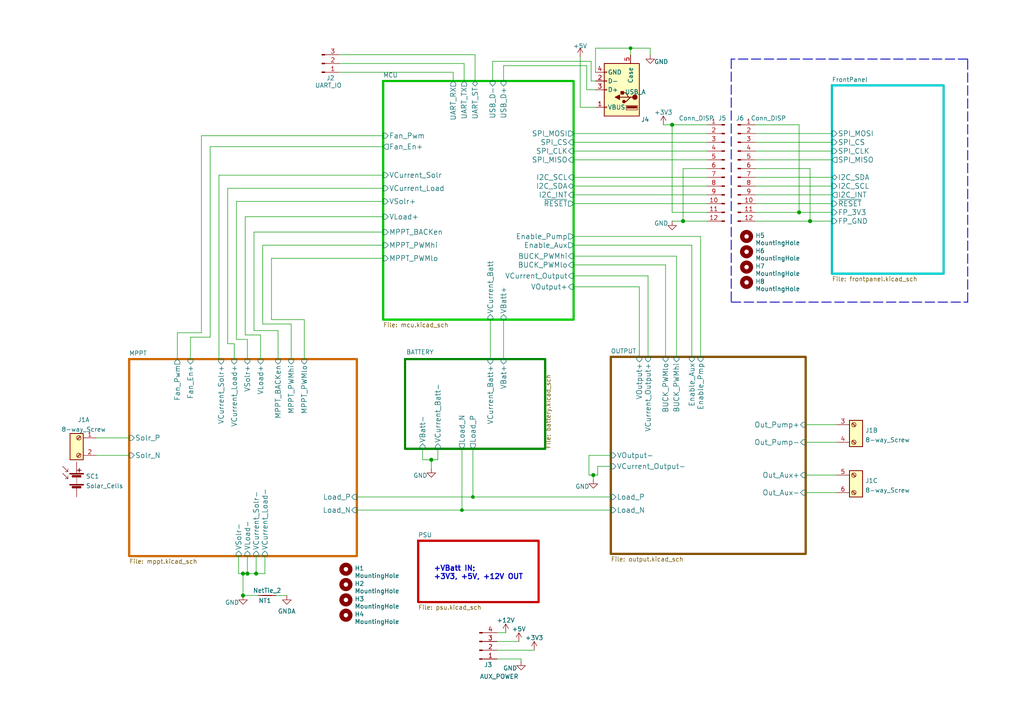
<source format=kicad_sch>
(kicad_sch (version 20210621) (generator eeschema)
  (paper "A4")
  (title_block (title "SolarPump v3") (date "2021-11-15") (rev "1.0") (company "IvimeyCom"))
  (lib_symbols
    (symbol "Connector:Conn_01x03_Male" (pin_names (offset 1.016) hide)
      (property "Reference" "J" (at 0 5.08 0))
      (property "Value" "Conn_01x03_Male" (at 0 -5.08 0))
      (symbol "Conn_01x03_Male_1_1"
        (polyline (pts (xy 1.27 -2.54) (xy 0.8636 -2.54)) (stroke (width 0.1524)))
        (polyline (pts (xy 1.27 0) (xy 0.8636 0)) (stroke (width 0.1524)))
        (polyline (pts (xy 1.27 2.54) (xy 0.8636 2.54)) (stroke (width 0.1524)))
        (rectangle (start 0.8636 -2.413) (end 0 -2.667) (stroke (width 0.1524)) (fill (type outline)))
        (rectangle (start 0.8636 0.127) (end 0 -0.127) (stroke (width 0.1524)) (fill (type outline)))
        (rectangle (start 0.8636 2.667) (end 0 2.413) (stroke (width 0.1524)) (fill (type outline)))
        (pin passive line (at 5.08 2.54 180) (length 3.81) (name "Pin_1") (number "1"))
        (pin passive line (at 5.08 0 180) (length 3.81) (name "Pin_2") (number "2"))
        (pin passive line (at 5.08 -2.54 180) (length 3.81) (name "Pin_3") (number "3"))
      )
    )
    (symbol "Connector:Conn_01x04_Male" (pin_names (offset 1.016) hide)
      (property "Reference" "J" (at 0 5.08 0))
      (property "Value" "Conn_01x04_Male" (at 0 -7.62 0))
      (symbol "Conn_01x04_Male_1_1"
        (polyline (pts (xy 1.27 -5.08) (xy 0.8636 -5.08)) (stroke (width 0.1524)))
        (polyline (pts (xy 1.27 -2.54) (xy 0.8636 -2.54)) (stroke (width 0.1524)))
        (polyline (pts (xy 1.27 0) (xy 0.8636 0)) (stroke (width 0.1524)))
        (polyline (pts (xy 1.27 2.54) (xy 0.8636 2.54)) (stroke (width 0.1524)))
        (rectangle (start 0.8636 -4.953) (end 0 -5.207) (stroke (width 0.1524)) (fill (type outline)))
        (rectangle (start 0.8636 -2.413) (end 0 -2.667) (stroke (width 0.1524)) (fill (type outline)))
        (rectangle (start 0.8636 0.127) (end 0 -0.127) (stroke (width 0.1524)) (fill (type outline)))
        (rectangle (start 0.8636 2.667) (end 0 2.413) (stroke (width 0.1524)) (fill (type outline)))
        (pin passive line (at 5.08 2.54 180) (length 3.81) (name "Pin_1") (number "1"))
        (pin passive line (at 5.08 0 180) (length 3.81) (name "Pin_2") (number "2"))
        (pin passive line (at 5.08 -2.54 180) (length 3.81) (name "Pin_3") (number "3"))
        (pin passive line (at 5.08 -5.08 180) (length 3.81) (name "Pin_4") (number "4"))
      )
    )
    (symbol "Connector:Conn_01x12_Male" (pin_names (offset 1.016) hide)
      (property "Reference" "J" (at 0 15.24 0))
      (property "Value" "Conn_01x12_Male" (at 0 -17.78 0))
      (symbol "Conn_01x12_Male_1_1"
        (polyline (pts (xy 1.27 -15.24) (xy 0.8636 -15.24)) (stroke (width 0.1524)))
        (polyline (pts (xy 1.27 -12.7) (xy 0.8636 -12.7)) (stroke (width 0.1524)))
        (polyline (pts (xy 1.27 -10.16) (xy 0.8636 -10.16)) (stroke (width 0.1524)))
        (polyline (pts (xy 1.27 -7.62) (xy 0.8636 -7.62)) (stroke (width 0.1524)))
        (polyline (pts (xy 1.27 -5.08) (xy 0.8636 -5.08)) (stroke (width 0.1524)))
        (polyline (pts (xy 1.27 -2.54) (xy 0.8636 -2.54)) (stroke (width 0.1524)))
        (polyline (pts (xy 1.27 0) (xy 0.8636 0)) (stroke (width 0.1524)))
        (polyline (pts (xy 1.27 2.54) (xy 0.8636 2.54)) (stroke (width 0.1524)))
        (polyline (pts (xy 1.27 5.08) (xy 0.8636 5.08)) (stroke (width 0.1524)))
        (polyline (pts (xy 1.27 7.62) (xy 0.8636 7.62)) (stroke (width 0.1524)))
        (polyline (pts (xy 1.27 10.16) (xy 0.8636 10.16)) (stroke (width 0.1524)))
        (polyline (pts (xy 1.27 12.7) (xy 0.8636 12.7)) (stroke (width 0.1524)))
        (rectangle (start 0.8636 -15.113) (end 0 -15.367) (stroke (width 0.1524)) (fill (type outline)))
        (rectangle (start 0.8636 -12.573) (end 0 -12.827) (stroke (width 0.1524)) (fill (type outline)))
        (rectangle (start 0.8636 -10.033) (end 0 -10.287) (stroke (width 0.1524)) (fill (type outline)))
        (rectangle (start 0.8636 -7.493) (end 0 -7.747) (stroke (width 0.1524)) (fill (type outline)))
        (rectangle (start 0.8636 -4.953) (end 0 -5.207) (stroke (width 0.1524)) (fill (type outline)))
        (rectangle (start 0.8636 -2.413) (end 0 -2.667) (stroke (width 0.1524)) (fill (type outline)))
        (rectangle (start 0.8636 0.127) (end 0 -0.127) (stroke (width 0.1524)) (fill (type outline)))
        (rectangle (start 0.8636 2.667) (end 0 2.413) (stroke (width 0.1524)) (fill (type outline)))
        (rectangle (start 0.8636 5.207) (end 0 4.953) (stroke (width 0.1524)) (fill (type outline)))
        (rectangle (start 0.8636 7.747) (end 0 7.493) (stroke (width 0.1524)) (fill (type outline)))
        (rectangle (start 0.8636 10.287) (end 0 10.033) (stroke (width 0.1524)) (fill (type outline)))
        (rectangle (start 0.8636 12.827) (end 0 12.573) (stroke (width 0.1524)) (fill (type outline)))
        (pin passive line (at 5.08 12.7 180) (length 3.81) (name "Pin_1") (number "1"))
        (pin passive line (at 5.08 -10.16 180) (length 3.81) (name "Pin_10") (number "10"))
        (pin passive line (at 5.08 -12.7 180) (length 3.81) (name "Pin_11") (number "11"))
        (pin passive line (at 5.08 -15.24 180) (length 3.81) (name "Pin_12") (number "12"))
        (pin passive line (at 5.08 10.16 180) (length 3.81) (name "Pin_2") (number "2"))
        (pin passive line (at 5.08 7.62 180) (length 3.81) (name "Pin_3") (number "3"))
        (pin passive line (at 5.08 5.08 180) (length 3.81) (name "Pin_4") (number "4"))
        (pin passive line (at 5.08 2.54 180) (length 3.81) (name "Pin_5") (number "5"))
        (pin passive line (at 5.08 0 180) (length 3.81) (name "Pin_6") (number "6"))
        (pin passive line (at 5.08 -2.54 180) (length 3.81) (name "Pin_7") (number "7"))
        (pin passive line (at 5.08 -5.08 180) (length 3.81) (name "Pin_8") (number "8"))
        (pin passive line (at 5.08 -7.62 180) (length 3.81) (name "Pin_9") (number "9"))
      )
    )
    (symbol "Connector:USB_A" (pin_names (offset 1.016))
      (property "Reference" "J1" (at -5.588 8.636 0))
      (property "Value" "USB_A" (at -0.889 0.635 0))
      (symbol "USB_A_0_1"
        (rectangle (start -5.08 -7.62) (end 5.08 7.62) (stroke (width 0.254)) (fill (type background)))
        (circle (center -3.81 2.159) (radius 0.635) (stroke (width 0.254)) (fill (type outline)))
        (rectangle (start -1.524 4.826) (end -4.318 5.334) (fill (type outline)))
        (rectangle (start -1.27 4.572) (end -4.572 5.842))
        (circle (center -0.635 3.429) (radius 0.381) (stroke (width 0.254)) (fill (type outline)))
        (polyline (pts (xy -3.175 2.159) (xy -2.54 2.159) (xy -1.27 3.429) (xy -0.635 3.429)) (stroke (width 0.254)))
        (polyline (pts (xy -2.54 2.159) (xy -1.905 2.159) (xy -1.27 0.889) (xy 0 0.889)) (stroke (width 0.254)))
        (polyline (pts (xy 0.635 2.794) (xy 0.635 1.524) (xy 1.905 2.159) (xy 0.635 2.794)) (stroke (width 0.254)) (fill (type outline)))
        (rectangle (start 0.254 1.27) (end -0.508 0.508) (stroke (width 0.254)) (fill (type outline)))
        (rectangle (start 5.08 -5.207) (end 4.318 -4.953))
        (rectangle (start 5.08 -2.667) (end 4.318 -2.413))
        (rectangle (start 5.08 -0.127) (end 4.318 0.127))
        (rectangle (start 5.08 4.953) (end 4.318 5.207))
      )
      (symbol "USB_A_1_1"
        (polyline (pts (xy -1.905 2.159) (xy 0.635 2.159)) (stroke (width 0.254)))
        (pin power_in line (at 7.62 5.08 180) (length 2.54) (name "VBUS") (number "1"))
        (pin bidirectional line (at 7.62 -2.54 180) (length 2.54) (name "D-") (number "2"))
        (pin bidirectional line (at 7.62 0 180) (length 2.54) (name "D+") (number "3"))
        (pin power_in line (at 7.62 -5.08 180) (length 2.54) (name "GND") (number "4"))
        (pin passive line (at -2.54 -10.16 90) (length 2.54) (name "Case") (number "5"))
      )
    )
    (symbol "Device:NetTie_2" (pin_numbers hide) (pin_names (offset 0) hide)
      (property "Reference" "NT" (at 0 1.27 0))
      (property "Value" "NetTie_2" (at 0 -1.27 0))
      (symbol "NetTie_2_0_1"
        (polyline (pts (xy -1.27 0) (xy 1.27 0)) (stroke (width 0.254)))
      )
      (symbol "NetTie_2_1_1"
        (pin passive line (at -2.54 0 0) (length 2.54) (name "1") (number "1"))
        (pin passive line (at 2.54 0 180) (length 2.54) (name "2") (number "2"))
      )
    )
    (symbol "Device:Solar_Cells" (pin_numbers hide) (pin_names (offset 0) hide)
      (property "Reference" "SC" (at 2.54 2.54 0))
      (property "Value" "Solar_Cells" (at 2.54 0 0))
      (symbol "Solar_Cells_0_1"
        (rectangle (start -2.032 -1.397) (end 2.032 -1.651) (fill (type outline)))
        (rectangle (start -2.032 1.778) (end 2.032 1.524) (fill (type outline)))
        (rectangle (start -1.3208 -1.9812) (end 1.27 -2.4892) (fill (type outline)))
        (rectangle (start -1.3208 1.1938) (end 1.27 0.6858) (fill (type outline)))
        (polyline (pts (xy -2.54 0.254) (xy -4.064 1.778)))
        (polyline (pts (xy -2.54 2.286) (xy -4.064 3.81)))
        (polyline (pts (xy 0 -1.524) (xy 0 -1.27)))
        (polyline (pts (xy 0 -1.016) (xy 0 -0.762)))
        (polyline (pts (xy 0 -0.508) (xy 0 -0.254)))
        (polyline (pts (xy 0 0) (xy 0 0.254)))
        (polyline (pts (xy 0 0.508) (xy 0 0.762)))
        (polyline (pts (xy 0 1.778) (xy 0 2.54)))
        (polyline (pts (xy 0.254 2.667) (xy 1.27 2.667)) (stroke (width 0.254)))
        (polyline (pts (xy 0.762 3.175) (xy 0.762 2.159)) (stroke (width 0.254)))
        (polyline (pts (xy -2.54 1.016) (xy -2.54 0.254) (xy -3.302 0.254)))
        (polyline (pts (xy -2.54 3.048) (xy -2.54 2.286) (xy -3.302 2.286)))
      )
      (symbol "Solar_Cells_1_1"
        (pin passive line (at 0 5.08 270) (length 2.54) (name "+") (number "1"))
        (pin passive line (at 0 -5.08 90) (length 2.54) (name "-") (number "2"))
      )
    )
    (symbol "Mechanical:MountingHole" (pin_names (offset 1.016))
      (property "Reference" "H" (at 0 5.08 0))
      (property "Value" "MountingHole" (at 0 3.175 0))
      (symbol "MountingHole_0_1"
        (circle (center 0 0) (radius 1.27) (stroke (width 1.27)))
      )
    )
    (symbol "power:+12V" (power) (pin_names (offset 0))
      (property "Value" "+12V" (at 0 3.556 0))
      (symbol "+12V_0_1"
        (polyline (pts (xy -0.762 1.27) (xy 0 2.54)))
        (polyline (pts (xy 0 0) (xy 0 2.54)))
        (polyline (pts (xy 0 2.54) (xy 0.762 1.27)))
      )
      (symbol "+12V_1_1"
        (pin power_in line (at 0 0 90) (length 0) hide (name "+12V") (number "1"))
      )
    )
    (symbol "power:+3V3" (power) (pin_names (offset 0))
      (property "Value" "+3V3" (at 0 3.556 0))
      (symbol "+3V3_0_1"
        (polyline (pts (xy -0.762 1.27) (xy 0 2.54)))
        (polyline (pts (xy 0 0) (xy 0 2.54)))
        (polyline (pts (xy 0 2.54) (xy 0.762 1.27)))
      )
      (symbol "+3V3_1_1"
        (pin power_in line (at 0 0 90) (length 0) hide (name "+3V3") (number "1"))
      )
    )
    (symbol "power:+5V" (power) (pin_names (offset 0))
      (property "Value" "+5V" (at 0 3.556 0))
      (symbol "+5V_0_1"
        (polyline (pts (xy -0.762 1.27) (xy 0 2.54)))
        (polyline (pts (xy 0 0) (xy 0 2.54)))
        (polyline (pts (xy 0 2.54) (xy 0.762 1.27)))
      )
      (symbol "+5V_1_1"
        (pin power_in line (at 0 0 90) (length 0) hide (name "+5V") (number "1"))
      )
    )
    (symbol "power:GND" (power) (pin_names (offset 0))
      (property "Value" "GND" (at 0 -3.81 0))
      (symbol "GND_0_1"
        (polyline (pts (xy 0 0) (xy 0 -1.27) (xy 1.27 -1.27) (xy 0 -2.54) (xy -1.27 -1.27) (xy 0 -1.27)))
      )
      (symbol "GND_1_1"
        (pin power_in line (at 0 0 270) (length 0) hide (name "GND") (number "1"))
      )
    )
    (symbol "power:GNDA" (power) (pin_names (offset 0))
      (property "Value" "GNDA" (at 0 -3.81 0))
      (symbol "GNDA_0_1"
        (polyline (pts (xy 0 0) (xy 0 -1.27) (xy 1.27 -1.27) (xy 0 -2.54) (xy -1.27 -1.27) (xy 0 -1.27)))
      )
      (symbol "GNDA_1_1"
        (pin power_in line (at 0 0 270) (length 0) hide (name "GNDA") (number "1"))
      )
    )
    (symbol "solarpump:Screw_Terminal_01x08_4x2U" (pin_names (offset 1.016) hide)
      (property "Reference" "J" (at 0 5.08 0))
      (property "Value" "Screw_Terminal_01x08_4x2U" (at 0 -6.35 0))
      (symbol "Screw_Terminal_01x08_4x2U_1_1"
        (rectangle (start -1.27 3.81) (end 2.54 -3.81) (stroke (width 0.254)) (fill (type background)))
        (circle (center 0 -2.54) (radius 0.635) (stroke (width 0.1524)))
        (polyline (pts (xy -0.5334 -2.2098) (xy 0.3302 -3.048)) (stroke (width 0.1524)))
        (polyline (pts (xy -0.5334 2.8702) (xy 0.3302 2.032)) (stroke (width 0.1524)))
        (polyline (pts (xy -0.3556 -2.032) (xy 0.508 -2.8702)) (stroke (width 0.1524)))
        (polyline (pts (xy -0.3556 3.048) (xy 0.508 2.2098)) (stroke (width 0.1524)))
        (circle (center 0 2.54) (radius 0.635) (stroke (width 0.1524)))
        (pin passive line (at -5.08 2.54 0) (length 3.81) (name "Pin_1") (number "1"))
        (pin passive line (at -5.08 -2.54 0) (length 3.81) (name "Pin_2") (number "2"))
      )
      (symbol "Screw_Terminal_01x08_4x2U_2_1"
        (rectangle (start -1.27 3.81) (end 2.54 -3.81) (stroke (width 0.254)) (fill (type background)))
        (circle (center 0 -2.54) (radius 0.635) (stroke (width 0.1524)))
        (polyline (pts (xy -0.5334 -2.2098) (xy 0.3302 -3.048)) (stroke (width 0.1524)))
        (polyline (pts (xy -0.5334 2.8702) (xy 0.3302 2.032)) (stroke (width 0.1524)))
        (polyline (pts (xy -0.3556 -2.032) (xy 0.508 -2.8702)) (stroke (width 0.1524)))
        (polyline (pts (xy -0.3556 3.048) (xy 0.508 2.2098)) (stroke (width 0.1524)))
        (circle (center 0 2.54) (radius 0.635) (stroke (width 0.1524)))
        (pin passive line (at -5.08 2.54 0) (length 3.81) (name "Pin_3") (number "3"))
        (pin passive line (at -5.08 -2.54 0) (length 3.81) (name "Pin_4") (number "4"))
      )
      (symbol "Screw_Terminal_01x08_4x2U_3_1"
        (rectangle (start -1.27 3.81) (end 2.54 -3.81) (stroke (width 0.254)) (fill (type background)))
        (circle (center 0 -2.54) (radius 0.635) (stroke (width 0.1524)))
        (polyline (pts (xy -0.5334 -2.2098) (xy 0.3302 -3.048)) (stroke (width 0.1524)))
        (polyline (pts (xy -0.5334 2.8702) (xy 0.3302 2.032)) (stroke (width 0.1524)))
        (polyline (pts (xy -0.3556 -2.032) (xy 0.508 -2.8702)) (stroke (width 0.1524)))
        (polyline (pts (xy -0.3556 3.048) (xy 0.508 2.2098)) (stroke (width 0.1524)))
        (circle (center 0 2.54) (radius 0.635) (stroke (width 0.1524)))
        (pin passive line (at -5.08 2.54 0) (length 3.81) (name "Pin_5") (number "5"))
        (pin passive line (at -5.08 -2.54 0) (length 3.81) (name "Pin_6") (number "6"))
      )
      (symbol "Screw_Terminal_01x08_4x2U_4_1"
        (rectangle (start -1.27 3.81) (end 2.54 -3.81) (stroke (width 0.254)) (fill (type background)))
        (circle (center 0 -2.54) (radius 0.635) (stroke (width 0.1524)))
        (polyline (pts (xy -0.5334 -2.2098) (xy 0.3302 -3.048)) (stroke (width 0.1524)))
        (polyline (pts (xy -0.5334 2.8702) (xy 0.3302 2.032)) (stroke (width 0.1524)))
        (polyline (pts (xy -0.3556 -2.032) (xy 0.508 -2.8702)) (stroke (width 0.1524)))
        (polyline (pts (xy -0.3556 3.048) (xy 0.508 2.2098)) (stroke (width 0.1524)))
        (circle (center 0 2.54) (radius 0.635) (stroke (width 0.1524)))
        (pin passive line (at -5.08 2.54 0) (length 3.81) (name "Pin_7") (number "7"))
        (pin passive line (at -5.08 -2.54 0) (length 3.81) (name "Pin_8") (number "8"))
      )
    )
  )
  (junction (at 71.755 166.37) (diameter 1.016))
  (junction (at 234.95 64.135) (diameter 1.016))
  (junction (at 70.485 166.37) (diameter 1.016))
  (junction (at 70.485 172.72) (diameter 1.016))
  (junction (at 182.88 13.97))
  (junction (at 137.16 144.145))
  (junction (at 194.945 36.195) (diameter 1.016))
  (junction (at 74.295 166.37) (diameter 1.016))
  (junction (at 125.095 133.35) (diameter 1.016))
  (junction (at 198.12 64.135) (diameter 1.016))
  (junction (at 133.985 147.955))
  (junction (at 172.085 137.795) (diameter 1.016))
  (junction (at 231.775 61.595) (diameter 1.016))
  (wire (pts (xy 187.96 80.01) (xy 187.96 103.505)))
  (wire (pts (xy 71.755 161.29) (xy 71.755 166.37)))
  (wire (pts (xy 166.37 74.295) (xy 196.215 74.295)))
  (wire (pts (xy 73.66 67.31) (xy 111.125 67.31)))
  (wire (pts (xy 166.37 76.835) (xy 193.04 76.835)))
  (wire (pts (xy 166.37 51.435) (xy 205.105 51.435)))
  (wire (pts (xy 68.58 58.42) (xy 68.58 98.425)))
  (wire (pts (xy 68.58 58.42) (xy 111.125 58.42)))
  (wire (pts (xy 185.42 83.185) (xy 185.42 103.505)))
  (wire (pts (xy 192.405 36.195) (xy 194.945 36.195)))
  (wire (pts (xy 194.945 36.195) (xy 205.105 36.195)))
  (wire (pts (xy 194.945 61.595) (xy 205.105 61.595)))
  (wire (pts (xy 98.425 18.415) (xy 134.62 18.415)))
  (wire (pts (xy 134.62 18.415) (xy 134.62 23.495)))
  (wire (pts (xy 122.555 130.175) (xy 122.555 133.35)))
  (wire (pts (xy 166.37 59.055) (xy 205.105 59.055)))
  (wire (pts (xy 80.01 172.72) (xy 83.185 172.72)))
  (wire (pts (xy 133.985 147.955) (xy 177.165 147.955)))
  (wire (pts (xy 151.13 191.135) (xy 151.13 191.77)))
  (wire (pts (xy 127 130.175) (xy 127 133.35)))
  (wire (pts (xy 173.355 135.255) (xy 177.165 135.255)))
  (wire (pts (xy 219.075 46.355) (xy 241.3 46.355)))
  (wire (pts (xy 219.075 59.055) (xy 241.3 59.055)))
  (wire (pts (xy 198.12 48.895) (xy 198.12 64.135)))
  (wire (pts (xy 205.105 48.895) (xy 198.12 48.895)))
  (wire (pts (xy 219.075 56.515) (xy 241.3 56.515)))
  (wire (pts (xy 78.74 74.93) (xy 111.125 74.93)))
  (wire (pts (xy 144.145 188.595) (xy 154.94 188.595)))
  (wire (pts (xy 125.095 133.35) (xy 127 133.35)))
  (wire (pts (xy 219.075 41.275) (xy 241.3 41.275)))
  (wire (pts (xy 76.2 71.12) (xy 111.125 71.12)))
  (wire (pts (xy 76.2 71.12) (xy 76.2 93.98)))
  (wire (pts (xy 196.215 74.295) (xy 196.215 103.505)))
  (wire (pts (xy 63.5 104.14) (xy 64.135 104.14)))
  (wire (pts (xy 137.16 130.175) (xy 137.16 144.145)))
  (wire (pts (xy 69.215 161.29) (xy 69.215 166.37)))
  (wire (pts (xy 193.04 76.835) (xy 193.04 103.505)))
  (wire (pts (xy 194.945 61.595) (xy 194.945 36.195)))
  (wire (pts (xy 66.04 54.61) (xy 66.04 99.695)))
  (wire (pts (xy 233.68 128.27) (xy 242.57 128.27)))
  (wire (pts (xy 203.2 68.58) (xy 203.2 103.505)))
  (wire (pts (xy 166.37 53.975) (xy 205.105 53.975)))
  (wire (pts (xy 142.24 92.71) (xy 142.24 104.14)))
  (wire (pts (xy 144.145 186.055) (xy 150.495 186.055)))
  (wire (pts (xy 172.72 20.955) (xy 172.72 13.97)))
  (wire (pts (xy 172.72 13.97) (xy 182.88 13.97)))
  (wire (pts (xy 27.94 127) (xy 37.465 127)))
  (wire (pts (xy 172.085 137.795) (xy 173.355 137.795)))
  (wire (pts (xy 63.5 50.8) (xy 63.5 104.14)))
  (wire (pts (xy 166.37 71.12) (xy 200.66 71.12)))
  (wire (pts (xy 70.485 166.37) (xy 70.485 172.72)))
  (wire (pts (xy 233.68 137.795) (xy 242.57 137.795)))
  (wire (pts (xy 71.12 62.865) (xy 111.125 62.865)))
  (polyline (pts (xy 280.67 17.145) (xy 212.09 17.145)) (stroke (width 0.25) (type dash)))
  (polyline (pts (xy 280.67 87.63) (xy 280.67 17.145)) (stroke (width 0.25) (type dash)))
  (polyline (pts (xy 212.09 87.63) (xy 280.67 87.63)) (stroke (width 0.25) (type dash)))
  (polyline (pts (xy 212.09 17.145) (xy 212.09 87.63)) (stroke (width 0.25) (type dash)))
  (wire (pts (xy 194.945 64.135) (xy 198.12 64.135)))
  (wire (pts (xy 198.12 64.135) (xy 205.105 64.135)))
  (wire (pts (xy 125.095 133.35) (xy 125.095 135.89)))
  (wire (pts (xy 66.04 54.61) (xy 111.125 54.61)))
  (wire (pts (xy 219.075 48.895) (xy 234.95 48.895)))
  (wire (pts (xy 234.95 48.895) (xy 234.95 64.135)))
  (wire (pts (xy 171.45 17.78) (xy 171.45 23.495)))
  (wire (pts (xy 200.66 71.12) (xy 200.66 103.505)))
  (wire (pts (xy 166.37 83.185) (xy 185.42 83.185)))
  (wire (pts (xy 144.145 183.515) (xy 146.685 183.515)))
  (wire (pts (xy 170.815 132.08) (xy 170.815 137.795)))
  (wire (pts (xy 103.505 147.955) (xy 133.985 147.955)))
  (wire (pts (xy 103.505 144.145) (xy 137.16 144.145)))
  (wire (pts (xy 137.16 144.145) (xy 177.165 144.145)))
  (wire (pts (xy 168.275 31.115) (xy 172.72 31.115)))
  (wire (pts (xy 168.275 16.51) (xy 168.275 31.115)))
  (wire (pts (xy 98.425 20.955) (xy 131.445 20.955)))
  (wire (pts (xy 131.445 20.955) (xy 131.445 23.495)))
  (wire (pts (xy 166.37 80.01) (xy 187.96 80.01)))
  (wire (pts (xy 173.355 135.255) (xy 173.355 137.795)))
  (wire (pts (xy 188.595 15.875) (xy 188.595 13.97)))
  (wire (pts (xy 144.145 191.135) (xy 151.13 191.135)))
  (wire (pts (xy 55.245 97.79) (xy 55.245 104.14)))
  (wire (pts (xy 55.245 97.79) (xy 60.96 97.79)))
  (wire (pts (xy 60.96 42.545) (xy 111.125 42.545)))
  (wire (pts (xy 76.2 93.98) (xy 84.455 93.98)))
  (wire (pts (xy 84.455 93.98) (xy 84.455 104.14)))
  (wire (pts (xy 231.775 36.195) (xy 231.775 61.595)))
  (wire (pts (xy 70.485 172.72) (xy 74.93 172.72)))
  (wire (pts (xy 146.05 19.05) (xy 146.05 23.495)))
  (wire (pts (xy 170.18 19.05) (xy 146.05 19.05)))
  (wire (pts (xy 170.18 26.035) (xy 170.18 19.05)))
  (wire (pts (xy 172.72 26.035) (xy 170.18 26.035)))
  (wire (pts (xy 60.96 42.545) (xy 60.96 97.79)))
  (wire (pts (xy 166.37 38.735) (xy 205.105 38.735)))
  (wire (pts (xy 67.945 99.695) (xy 66.04 99.695)))
  (wire (pts (xy 67.945 104.14) (xy 67.945 99.695)))
  (wire (pts (xy 233.68 123.19) (xy 242.57 123.19)))
  (wire (pts (xy 71.12 97.155) (xy 75.565 97.155)))
  (wire (pts (xy 75.565 97.155) (xy 75.565 104.14)))
  (wire (pts (xy 233.68 142.875) (xy 242.57 142.875)))
  (wire (pts (xy 142.875 17.78) (xy 171.45 17.78)))
  (wire (pts (xy 142.875 23.495) (xy 142.875 17.78)))
  (wire (pts (xy 69.215 166.37) (xy 70.485 166.37)))
  (wire (pts (xy 70.485 166.37) (xy 71.755 166.37)))
  (wire (pts (xy 71.755 166.37) (xy 74.295 166.37)))
  (wire (pts (xy 76.835 161.29) (xy 76.835 166.37)))
  (wire (pts (xy 74.295 166.37) (xy 76.835 166.37)))
  (wire (pts (xy 58.42 39.37) (xy 111.125 39.37)))
  (wire (pts (xy 146.05 92.71) (xy 146.05 104.14)))
  (wire (pts (xy 27.94 132.08) (xy 37.465 132.08)))
  (wire (pts (xy 170.815 132.08) (xy 177.165 132.08)))
  (wire (pts (xy 219.075 38.735) (xy 241.3 38.735)))
  (wire (pts (xy 98.425 15.875) (xy 137.795 15.875)))
  (wire (pts (xy 137.795 15.875) (xy 137.795 23.495)))
  (wire (pts (xy 219.075 64.135) (xy 234.95 64.135)))
  (wire (pts (xy 234.95 64.135) (xy 241.3 64.135)))
  (wire (pts (xy 166.37 46.355) (xy 205.105 46.355)))
  (wire (pts (xy 73.66 67.31) (xy 73.66 95.885)))
  (wire (pts (xy 80.645 95.885) (xy 73.66 95.885)))
  (wire (pts (xy 80.645 104.14) (xy 80.645 95.885)))
  (wire (pts (xy 166.37 41.275) (xy 205.105 41.275)))
  (wire (pts (xy 88.265 92.71) (xy 78.74 92.71)))
  (wire (pts (xy 88.265 104.14) (xy 88.265 92.71)))
  (wire (pts (xy 166.37 56.515) (xy 205.105 56.515)))
  (wire (pts (xy 166.37 43.815) (xy 205.105 43.815)))
  (wire (pts (xy 51.435 96.52) (xy 51.435 104.14)))
  (wire (pts (xy 58.42 96.52) (xy 51.435 96.52)))
  (wire (pts (xy 58.42 39.37) (xy 58.42 96.52)))
  (wire (pts (xy 219.075 51.435) (xy 241.3 51.435)))
  (wire (pts (xy 182.88 13.97) (xy 188.595 13.97)))
  (wire (pts (xy 74.295 161.29) (xy 74.295 166.37)))
  (wire (pts (xy 71.12 62.865) (xy 71.12 97.155)))
  (wire (pts (xy 219.075 61.595) (xy 231.775 61.595)))
  (wire (pts (xy 231.775 61.595) (xy 241.3 61.595)))
  (wire (pts (xy 166.37 68.58) (xy 203.2 68.58)))
  (wire (pts (xy 219.075 43.815) (xy 241.3 43.815)))
  (wire (pts (xy 68.58 98.425) (xy 71.755 98.425)))
  (wire (pts (xy 71.755 98.425) (xy 71.755 104.14)))
  (wire (pts (xy 170.815 137.795) (xy 172.085 137.795)))
  (wire (pts (xy 172.085 137.795) (xy 172.085 139.065)))
  (wire (pts (xy 133.985 130.175) (xy 133.985 147.955)))
  (wire (pts (xy 171.45 23.495) (xy 172.72 23.495)))
  (wire (pts (xy 219.075 36.195) (xy 231.775 36.195)))
  (wire (pts (xy 63.5 50.8) (xy 111.125 50.8)))
  (wire (pts (xy 182.88 15.875) (xy 182.88 13.97)))
  (wire (pts (xy 219.075 53.975) (xy 241.3 53.975)))
  (wire (pts (xy 78.74 74.93) (xy 78.74 92.71)))
  (wire (pts (xy 122.555 133.35) (xy 125.095 133.35)))
  (text "+VBatt IN;\n+3V3, +5V, +12V OUT" (at 125.73 168.275 0) (effects (font (size 1.4986 1.4986) (thickness 0.2997) bold) (justify left bottom)))
  (symbol (lib_id "Device:Solar_Cells") (at 22.225 139.065 0) (unit 1) (in_bom no) (on_board no)
    (property "Reference" "SC1" (at 24.8921 138.1565 0) (effects (justify left)))
    (property "Value" "Solar_Cells" (at 24.8921 140.9316 0) (effects (justify left)))
    (property "Footprint" "Connector_Wire:SolderWire-1.5sqmm_1x02_P6mm_D1.7mm_OD3mm" (effects hide))
    (property "DNF" "DNF" (effects hide))
  )
  (symbol (lib_id "power:+3V3") (at 192.405 36.195 0) (unit 1)
    (property "Reference" "#PWR011" (effects hide))
    (property "Value" "+3V3" (at 192.405 32.5904 0))
  )
  (symbol (lib_id "power:GNDA") (at 83.185 172.72 0) (unit 1)
    (property "Reference" "#PWR02" (effects hide))
    (property "Value" "GNDA" (at 83.185 177.2826 0))
  )
  (symbol (lib_id "power:GND") (at 151.13 191.77 0) (unit 1)
    (property "Reference" "#PWR06" (effects hide))
    (property "Value" "GND" (at 147.955 193.7926 0))
  )
  (symbol (lib_id "Device:NetTie_2") (at 77.47 172.72 0) (unit 1)
    (property "Reference" "NT1" (at 76.835 174.2144 0))
    (property "Value" "NetTie_2" (at 77.47 171.2745 0))
    (property "Footprint" "NetTie:NetTie-2_THT_Pad1.0mm" (effects hide))
  )
  (symbol (lib_id "solarpump:Screw_Terminal_01x08_4x2U") (at 22.86 129.54 0) (mirror y) (unit 1)
    (property "Reference" "J1" (at 24.257 121.7634 0))
    (property "Value" "8-way_Screw" (at 24.257 124.5385 0))
    (property "Footprint" "TerminalBlock_Phoenix:TerminalBlock_Phoenix_MKDS-3-8-5.08_1x08_P5.08mm_Horizontal" (effects hide))
    (property "Datasheet" "https://www.mouser.co.uk/datasheet/2/324/4/1712708-1435654.pdf" (effects hide))
    (property "Mfr" "Phoenix Contact" (effects hide))
    (property "Mfr Part No" "1712708" (effects hide))
    (property "Supl Part No" "651-1712708" (effects hide))
    (property "Supl Price" "6.04" (effects hide))
  )
  (symbol (lib_id "solarpump:Screw_Terminal_01x08_4x2U") (at 247.65 125.73 0) (unit 2)
    (property "Reference" "J1" (at 250.9521 124.8215 0) (effects (justify left)))
    (property "Value" "8-way_Screw" (at 250.9521 127.5966 0) (effects (justify left)))
    (property "Footprint" "TerminalBlock_Phoenix:TerminalBlock_Phoenix_MKDS-3-8-5.08_1x08_P5.08mm_Horizontal" (effects hide))
    (property "Datasheet" "https://www.mouser.co.uk/datasheet/2/324/4/1712708-1435654.pdf" (effects hide))
    (property "Mfr" "Phoenix Contact" (effects hide))
    (property "Mfr Part No" "1712708" (effects hide))
    (property "Supl Part No" "651-1712708" (effects hide))
    (property "Supl Price" "6.04" (effects hide))
  )
  (symbol (lib_id "power:+12V") (at 146.685 183.515 0) (unit 1)
    (property "Reference" "#PWR04" (effects hide))
    (property "Value" "+12V" (at 146.685 179.9104 0))
  )
  (symbol (lib_id "Connector:Conn_01x12_Male") (at 213.995 48.895 0) (unit 1)
    (property "Reference" "J6" (at 214.63 34.29 0))
    (property "Value" "Conn_DISP" (at 222.885 34.29 0))
    (property "Footprint" "Connector_PinHeader_2.00mm:PinHeader_2x06_P2.00mm_Vertical" (effects hide))
    (property "Mfr" "TE Connectivity" (effects hide))
    (property "Mfr Part No" "2842126-6" (effects hide))
    (property "Supl" "Mouser" (effects hide))
    (property "Supl Part No" "571-2842126-6" (effects hide))
    (property "Supl Price" "0.892" (effects hide))
  )
  (symbol (lib_id "power:+5V") (at 168.275 16.51 0) (unit 1)
    (property "Reference" "#PWR08" (effects hide))
    (property "Value" "+5V" (at 168.275 13.335 0))
  )
  (symbol (lib_id "Mechanical:MountingHole") (at 100.33 169.545 0) (unit 1)
    (property "Reference" "H2" (at 102.8701 169.2715 0) (effects (justify left)))
    (property "Value" "MountingHole" (at 102.8701 171.4116 0) (effects (justify left)))
    (property "Footprint" "MountingHole:MountingHole_4.3mm_M4" (effects hide))
  )
  (symbol (lib_id "Connector:Conn_01x12_Male") (at 210.185 48.895 0) (mirror y) (unit 1)
    (property "Reference" "J5" (at 208.28 34.29 0) (effects (justify right)))
    (property "Value" "Conn_DISP" (at 196.85 34.29 0) (effects (justify right)))
    (property "Footprint" "Connector_PinHeader_2.00mm:PinHeader_2x06_P2.00mm_Vertical" (effects hide))
    (property "Mfr" "TE Connectivity" (effects hide))
    (property "Mfr Part No" "2842126-6" (effects hide))
    (property "Supl" "Mouser" (effects hide))
    (property "Supl Part No" "571-2842126-6" (effects hide))
    (property "Supl Price" "0.892" (effects hide))
  )
  (symbol (lib_id "Connector:Conn_01x04_Male") (at 139.065 188.595 0) (mirror x) (unit 1)
    (property "Reference" "J3" (at 141.5669 192.8156 0))
    (property "Value" "AUX_POWER" (at 144.78 196.215 0))
    (property "Footprint" "Connector_PinHeader_2.00mm:PinHeader_1x04_P2.00mm_Vertical" (effects hide))
    (property "Mfr" "Harwin" (effects hide))
    (property "Mfr Part No" "M22-2510405" (effects hide))
    (property "Supl" "Mouser" (effects hide))
    (property "Supl Part No" "855-M22-2510405" (effects hide))
    (property "Supl Price" "0.26" (effects hide))
  )
  (symbol (lib_id "Mechanical:MountingHole") (at 100.33 173.99 0) (unit 1)
    (property "Reference" "H3" (at 102.8701 173.7165 0) (effects (justify left)))
    (property "Value" "MountingHole" (at 102.8701 175.8566 0) (effects (justify left)))
    (property "Footprint" "MountingHole:MountingHole_4.3mm_M4" (effects hide))
  )
  (symbol (lib_id "power:+3V3") (at 154.94 188.595 0) (unit 1)
    (property "Reference" "#PWR07" (effects hide))
    (property "Value" "+3V3" (at 154.94 184.9904 0))
  )
  (symbol (lib_id "Connector:Conn_01x03_Male") (at 93.345 18.415 0) (mirror x) (unit 1)
    (property "Reference" "J2" (at 95.8469 22.6356 0))
    (property "Value" "UART_IO" (at 95.25 24.765 0))
    (property "Footprint" "Connector_PinHeader_2.00mm:PinHeader_1x03_P2.00mm_Vertical" (effects hide))
    (property "Mfr" "Harwin" (effects hide))
    (property "Mfr Part No" "M22-2510305" (effects hide))
    (property "Supl" "Mouser" (effects hide))
    (property "Supl Part No" "855-M22-2510305" (effects hide))
    (property "Supl Price" "0.198" (effects hide))
  )
  (symbol (lib_id "power:GND") (at 70.485 172.72 0) (unit 1)
    (property "Reference" "#PWR01" (effects hide))
    (property "Value" "GND" (at 67.31 174.7426 0))
  )
  (symbol (lib_id "Mechanical:MountingHole") (at 216.535 81.915 0) (unit 1)
    (property "Reference" "H8" (at 219.0751 81.6415 0) (effects (justify left)))
    (property "Value" "MountingHole" (at 219.0751 83.7816 0) (effects (justify left)))
    (property "Footprint" "MountingHole:MountingHole_4.3mm_M4" (effects hide))
  )
  (symbol (lib_id "power:+5V") (at 150.495 186.055 0) (unit 1)
    (property "Reference" "#PWR05" (effects hide))
    (property "Value" "+5V" (at 150.495 182.4504 0))
  )
  (symbol (lib_id "Connector:USB_A") (at 180.34 26.035 180) (unit 1)
    (property "Reference" "J4" (at 185.928 34.671 0) (effects (justify right)))
    (property "Value" "USB_A" (at 181.229 26.67 0) (effects (justify right)))
    (property "Footprint" "solarpump:USB_Receptacle_Type_A_GCT" (effects hide))
    (property "Datasheet" "https://www.mouser.co.uk/datasheet/2/837/USB1040-1948806.pdf" (effects hide))
    (property "Mfr" "GCT" (effects hide))
    (property "Mfr Part No" "USB1040-GF-L-B" (effects hide))
    (property "Supl" "Mouser" (effects hide))
    (property "Supl Part No" "640-USB1040-GF-L-B" (effects hide))
    (property "Supl Price" "0.46" (effects hide))
  )
  (symbol (lib_id "power:GND") (at 172.085 139.065 0) (unit 1)
    (property "Reference" "#PWR09" (effects hide))
    (property "Value" "GND" (at 168.91 141.0876 0))
  )
  (symbol (lib_id "power:GND") (at 188.595 15.875 0) (unit 1)
    (property "Reference" "#PWR010" (effects hide))
    (property "Value" "GND" (at 191.77 17.8976 0))
  )
  (symbol (lib_id "Mechanical:MountingHole") (at 216.535 73.025 0) (unit 1)
    (property "Reference" "H6" (at 219.0751 72.7515 0) (effects (justify left)))
    (property "Value" "MountingHole" (at 219.0751 74.8916 0) (effects (justify left)))
    (property "Footprint" "MountingHole:MountingHole_4.3mm_M4" (effects hide))
  )
  (symbol (lib_id "Mechanical:MountingHole") (at 100.33 165.1 0) (unit 1)
    (property "Reference" "H1" (at 102.8701 164.8265 0) (effects (justify left)))
    (property "Value" "MountingHole" (at 102.8701 166.9666 0) (effects (justify left)))
    (property "Footprint" "MountingHole:MountingHole_4.3mm_M4" (effects hide))
  )
  (symbol (lib_id "power:GND") (at 194.945 64.135 0) (unit 1)
    (property "Reference" "#PWR012" (effects hide))
    (property "Value" "GND" (at 191.77 64.77 0))
  )
  (symbol (lib_id "solarpump:Screw_Terminal_01x08_4x2U") (at 247.65 140.335 0) (unit 3)
    (property "Reference" "J1" (at 250.9521 139.4265 0) (effects (justify left)))
    (property "Value" "8-way_Screw" (at 250.9521 142.2016 0) (effects (justify left)))
    (property "Footprint" "TerminalBlock_Phoenix:TerminalBlock_Phoenix_MKDS-3-8-5.08_1x08_P5.08mm_Horizontal" (effects hide))
    (property "Datasheet" "https://www.mouser.co.uk/datasheet/2/324/4/1712708-1435654.pdf" (effects hide))
    (property "Mfr" "Phoenix Contact" (effects hide))
    (property "Mfr Part No" "1712708" (effects hide))
    (property "Supl Part No" "651-1712708" (effects hide))
    (property "Supl Price" "6.04" (effects hide))
  )
  (symbol (lib_id "power:GND") (at 125.095 135.89 0) (unit 1)
    (property "Reference" "#PWR03" (effects hide))
    (property "Value" "GND" (at 121.92 137.9126 0))
  )
  (symbol (lib_id "Mechanical:MountingHole") (at 216.535 68.58 0) (unit 1)
    (property "Reference" "H5" (at 219.0751 68.3065 0) (effects (justify left)))
    (property "Value" "MountingHole" (at 219.0751 70.4466 0) (effects (justify left)))
    (property "Footprint" "MountingHole:MountingHole_4.3mm_M4" (effects hide))
  )
  (symbol (lib_id "Mechanical:MountingHole") (at 216.535 77.47 0) (unit 1)
    (property "Reference" "H7" (at 219.0751 77.1965 0) (effects (justify left)))
    (property "Value" "MountingHole" (at 219.0751 79.3366 0) (effects (justify left)))
    (property "Footprint" "MountingHole:MountingHole_4.3mm_M4" (effects hide))
  )
  (symbol (lib_id "Mechanical:MountingHole") (at 100.33 178.435 0) (unit 1)
    (property "Reference" "H4" (at 102.8701 178.1615 0) (effects (justify left)))
    (property "Value" "MountingHole" (at 102.8701 180.3016 0) (effects (justify left)))
    (property "Footprint" "MountingHole:MountingHole_4.3mm_M4" (effects hide))
  )
  (sheet (at 241.3 24.765) (size 32.385 54.61) (stroke (width 0.6) (color 0 194 194 1))
    (property "Sheet name" "FrontPanel" (at 241.3 23.8296 0) (effects (justify left bottom)))
    (property "Sheet file" "frontpanel.kicad_sch" (at 241.3 80.1834 0) (effects (justify left top)))
    (pin "I2C_SCL" input (at 241.3 53.975 180) (effects (font (size 1.4986 1.4986))))
    (pin "I2C_SDA" bidirectional (at 241.3 51.435 180) (effects (font (size 1.4986 1.4986))))
    (pin "~{RESET}" input (at 241.3 59.055 180) (effects (font (size 1.4986 1.4986))))
    (pin "I2C_INT" output (at 241.3 56.515 180) (effects (font (size 1.4986 1.4986))))
    (pin "SPI_CLK" input (at 241.3 43.815 180) (effects (font (size 1.4986 1.4986))))
    (pin "SPI_MOSI" input (at 241.3 38.735 180) (effects (font (size 1.4986 1.4986))))
    (pin "SPI_CS" input (at 241.3 41.275 180) (effects (font (size 1.4986 1.4986))))
    (pin "SPI_MISO" output (at 241.3 46.355 180) (effects (font (size 1.4986 1.4986))))
    (pin "FP_3V3" input (at 241.3 61.595 180) (effects (font (size 1.4986 1.4986))))
    (pin "FP_GND" input (at 241.3 64.135 180) (effects (font (size 1.4986 1.4986))))
  )
  (sheet (at 37.465 104.14) (size 66.04 57.15) (stroke (width 0.6) (color 204 102 0 1))
    (property "Sheet name" "MPPT" (at 37.465 103.2046 0) (effects (justify left bottom)))
    (property "Sheet file" "mppt.kicad_sch" (at 37.465 162.0984 0) (effects (justify left top)))
    (pin "MPPT_PWMhi" input (at 84.455 104.14 90) (effects (font (size 1.4986 1.4986))))
    (pin "MPPT_PWMlo" input (at 88.265 104.14 90) (effects (font (size 1.4986 1.4986))))
    (pin "VSolr+" input (at 71.755 104.14 90) (effects (font (size 1.4986 1.4986))))
    (pin "MPPT_BACKen" input (at 80.645 104.14 90) (effects (font (size 1.4986 1.4986))))
    (pin "Load_P" input (at 103.505 144.145 0) (effects (font (size 1.4986 1.4986))))
    (pin "Load_N" input (at 103.505 147.955 0) (effects (font (size 1.4986 1.4986))))
    (pin "Solr_N" input (at 37.465 132.08 180) (effects (font (size 1.4986 1.4986))))
    (pin "Solr_P" input (at 37.465 127 180) (effects (font (size 1.4986 1.4986))))
    (pin "VSolr-" input (at 69.215 161.29 270) (effects (font (size 1.4986 1.4986))))
    (pin "VCurrent_Solr+" input (at 64.135 104.14 90) (effects (font (size 1.4986 1.4986))))
    (pin "VCurrent_Solr-" input (at 74.295 161.29 270) (effects (font (size 1.4986 1.4986))))
    (pin "VCurrent_Load-" input (at 76.835 161.29 270) (effects (font (size 1.4986 1.4986))))
    (pin "VCurrent_Load+" input (at 67.945 104.14 90) (effects (font (size 1.4986 1.4986))))
    (pin "Fan_En+" input (at 55.245 104.14 90) (effects (font (size 1.4986 1.4986))))
    (pin "Fan_Pwm" output (at 51.435 104.14 90) (effects (font (size 1.4986 1.4986))))
    (pin "VLoad-" input (at 71.755 161.29 270) (effects (font (size 1.4986 1.4986))))
    (pin "VLoad+" input (at 75.565 104.14 90) (effects (font (size 1.4986 1.4986))))
  )
  (sheet (at 177.165 103.505) (size 56.515 57.15) (stroke (width 0.6) (color 128 77 0 1))
    (property "Sheet name" "OUTPUT" (at 177.165 102.5696 0) (effects (justify left bottom)))
    (property "Sheet file" "output.kicad_sch" (at 177.165 161.4634 0) (effects (justify left top)))
    (pin "VOutput-" input (at 177.165 132.08 180) (effects (font (size 1.4986 1.4986))))
    (pin "VOutput+" input (at 185.42 103.505 90) (effects (font (size 1.4986 1.4986))))
    (pin "VCurrent_Output+" input (at 187.96 103.505 90) (effects (font (size 1.4986 1.4986))))
    (pin "VCurrent_Output-" input (at 177.165 135.255 180) (effects (font (size 1.4986 1.4986))))
    (pin "Load_P" input (at 177.165 144.145 180) (effects (font (size 1.4986 1.4986))))
    (pin "Load_N" input (at 177.165 147.955 180) (effects (font (size 1.4986 1.4986))))
    (pin "Out_Pump-" input (at 233.68 128.27 0) (effects (font (size 1.4986 1.4986))))
    (pin "Out_Aux+" input (at 233.68 137.795 0) (effects (font (size 1.4986 1.4986))))
    (pin "Out_Aux-" input (at 233.68 142.875 0) (effects (font (size 1.4986 1.4986))))
    (pin "Out_Pump+" input (at 233.68 123.19 0) (effects (font (size 1.4986 1.4986))))
    (pin "Enable_Aux" input (at 200.66 103.505 90) (effects (font (size 1.4986 1.4986))))
    (pin "Enable_Pmp" input (at 203.2 103.505 90) (effects (font (size 1.4986 1.4986))))
    (pin "BUCK_PWMhi" input (at 196.215 103.505 90) (effects (font (size 1.4986 1.4986))))
    (pin "BUCK_PWMlo" input (at 193.04 103.505 90) (effects (font (size 1.4986 1.4986))))
  )
  (sheet (at 111.125 23.495) (size 55.245 69.215) (stroke (width 0.6) (color 0 194 0 1))
    (property "Sheet name" "MCU" (at 111.125 22.5596 0) (effects (justify left bottom)))
    (property "Sheet file" "mcu.kicad_sch" (at 111.125 93.5184 0) (effects (justify left top)))
    (pin "MPPT_BACKen" input (at 111.125 67.31 180) (effects (font (size 1.4986 1.4986))))
    (pin "MPPT_PWMhi" input (at 111.125 71.12 180) (effects (font (size 1.4986 1.4986))))
    (pin "MPPT_PWMlo" input (at 111.125 74.93 180) (effects (font (size 1.4986 1.4986))))
    (pin "VCurrent_Batt" input (at 142.24 92.71 270) (effects (font (size 1.4986 1.4986))))
    (pin "VCurrent_Solr" input (at 111.125 50.8 180) (effects (font (size 1.4986 1.4986))))
    (pin "VBatt+" input (at 146.05 92.71 270) (effects (font (size 1.4986 1.4986))))
    (pin "VSolr+" input (at 111.125 58.42 180) (effects (font (size 1.4986 1.4986))))
    (pin "SPI_CS" input (at 166.37 41.275 0) (effects (font (size 1.4986 1.4986))))
    (pin "SPI_MOSI" output (at 166.37 38.735 0) (effects (font (size 1.4986 1.4986))))
    (pin "I2C_SDA" bidirectional (at 166.37 53.975 0) (effects (font (size 1.4986 1.4986))))
    (pin "I2C_SCL" input (at 166.37 51.435 0) (effects (font (size 1.4986 1.4986))))
    (pin "SPI_CLK" input (at 166.37 43.815 0) (effects (font (size 1.4986 1.4986))))
    (pin "SPI_MISO" input (at 166.37 46.355 0) (effects (font (size 1.4986 1.4986))))
    (pin "USB_D-" input (at 142.875 23.495 90) (effects (font (size 1.4986 1.4986))))
    (pin "USB_D+" input (at 146.05 23.495 90) (effects (font (size 1.4986 1.4986))))
    (pin "VCurrent_Load" input (at 111.125 54.61 180) (effects (font (size 1.4986 1.4986))))
    (pin "Fan_En+" output (at 111.125 42.545 180) (effects (font (size 1.4986 1.4986))))
    (pin "~{RESET}" output (at 166.37 59.055 0) (effects (font (size 1.4986 1.4986))))
    (pin "Fan_Pwm" input (at 111.125 39.37 180) (effects (font (size 1.4986 1.4986))))
    (pin "I2C_INT" input (at 166.37 56.515 0) (effects (font (size 1.4986 1.4986))))
    (pin "VLoad+" input (at 111.125 62.865 180) (effects (font (size 1.4986 1.4986))))
    (pin "VOutput+" input (at 166.37 83.185 0) (effects (font (size 1.4986 1.4986))))
    (pin "VCurrent_Output" input (at 166.37 80.01 0) (effects (font (size 1.4986 1.4986))))
    (pin "BUCK_PWMhi" input (at 166.37 74.295 0) (effects (font (size 1.4986 1.4986))))
    (pin "BUCK_PWMlo" input (at 166.37 76.835 0) (effects (font (size 1.4986 1.4986))))
    (pin "Enable_Aux" output (at 166.37 71.12 0) (effects (font (size 1.4986 1.4986))))
    (pin "Enable_Pump" output (at 166.37 68.58 0) (effects (font (size 1.4986 1.4986))))
    (pin "UART_RX" output (at 131.445 23.495 90) (effects (font (size 1.4986 1.4986))))
    (pin "UART_TX" output (at 134.62 23.495 90) (effects (font (size 1.4986 1.4986))))
    (pin "UART_ST" bidirectional (at 137.795 23.495 90) (effects (font (size 1.4986 1.4986))))
  )
  (sheet (at 117.475 104.14) (size 40.64 26.035) (stroke (width 0.6) (color 0 132 0 1))
    (property "Sheet name" "BATTERY" (at 117.8096 102.87 0) (effects (justify left bottom)))
    (property "Sheet file" "battery.kicad_sch" (at 158.2884 130.175 90) (effects (justify left top)))
    (pin "VBatt-" input (at 122.555 130.175 270) (effects (font (size 1.4986 1.4986))))
    (pin "VBat+" input (at 146.05 104.14 90) (effects (font (size 1.4986 1.4986))))
    (pin "Load_P" output (at 137.16 130.175 270) (effects (font (size 1.4986 1.4986))))
    (pin "Load_N" output (at 133.985 130.175 270) (effects (font (size 1.4986 1.4986))))
    (pin "VCurrent_Batt+" input (at 142.24 104.14 90) (effects (font (size 1.4986 1.4986))))
    (pin "VCurrent_Batt-" input (at 127 130.175 270) (effects (font (size 1.4986 1.4986))))
  )
  (sheet (at 121.285 156.845) (size 34.925 17.78) (stroke (width 0.6) (color 194 0 0 1))
    (property "Sheet name" "PSU" (at 121.285 155.9096 0) (effects (justify left bottom)))
    (property "Sheet file" "psu.kicad_sch" (at 121.285 175.4334 0) (effects (justify left top)))
  )
)
</source>
